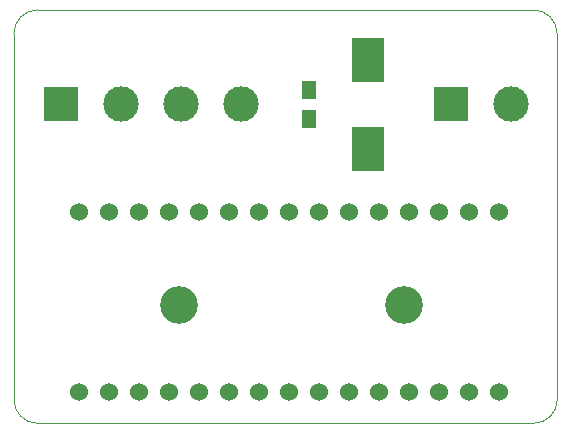
<source format=gts>
G04 #@! TF.GenerationSoftware,KiCad,Pcbnew,(6.0.0)*
G04 #@! TF.CreationDate,2022-01-15T23:36:52+01:00*
G04 #@! TF.ProjectId,apa102nano,61706131-3032-46e6-916e-6f2e6b696361,rev?*
G04 #@! TF.SameCoordinates,Original*
G04 #@! TF.FileFunction,Soldermask,Top*
G04 #@! TF.FilePolarity,Negative*
%FSLAX46Y46*%
G04 Gerber Fmt 4.6, Leading zero omitted, Abs format (unit mm)*
G04 Created by KiCad (PCBNEW (6.0.0)) date 2022-01-15 23:36:52*
%MOMM*%
%LPD*%
G01*
G04 APERTURE LIST*
G04 #@! TA.AperFunction,Profile*
%ADD10C,0.050000*%
G04 #@! TD*
%ADD11C,3.200000*%
%ADD12C,3.000000*%
%ADD13R,3.000000X3.000000*%
%ADD14R,1.250000X1.500000*%
%ADD15R,2.700000X3.750000*%
%ADD16C,1.524000*%
G04 APERTURE END LIST*
D10*
X103000000Y-46000000D02*
X61000000Y-46000000D01*
X105000000Y-48000000D02*
G75*
G03*
X103000000Y-46000000I-2000000J0D01*
G01*
X103000000Y-81000000D02*
G75*
G03*
X105000000Y-79000000I0J2000000D01*
G01*
X59000000Y-79000000D02*
G75*
G03*
X61000000Y-81000000I2000000J0D01*
G01*
X61000000Y-46000000D02*
G75*
G03*
X59000000Y-48000000I0J-2000000D01*
G01*
X105000000Y-79000000D02*
X105000000Y-48000000D01*
X61000000Y-81000000D02*
X103000000Y-81000000D01*
X59000000Y-48000000D02*
X59000000Y-79000000D01*
D11*
X73000000Y-71000000D03*
X92000000Y-71000000D03*
D12*
X78240000Y-54000000D03*
D13*
X63000000Y-54000000D03*
D12*
X73160000Y-54000000D03*
X68080000Y-54000000D03*
X101080000Y-54000000D03*
D13*
X96000000Y-54000000D03*
D14*
X84000000Y-55250000D03*
X84000000Y-52750000D03*
D15*
X89000000Y-50225000D03*
X89000000Y-57775000D03*
D16*
X64490000Y-78350000D03*
X67030000Y-78350000D03*
X69570000Y-78350000D03*
X72110000Y-78350000D03*
X74650000Y-78350000D03*
X77190000Y-78350000D03*
X79730000Y-78350000D03*
X82270000Y-78350000D03*
X84810000Y-78350000D03*
X87350000Y-78350000D03*
X89890000Y-78350000D03*
X92430000Y-78350000D03*
X94970000Y-78350000D03*
X97510000Y-78350000D03*
X100050000Y-78350000D03*
X64490000Y-63110000D03*
X67030000Y-63110000D03*
X69570000Y-63110000D03*
X72110000Y-63110000D03*
X74650000Y-63110000D03*
X77190000Y-63110000D03*
X79730000Y-63110000D03*
X82270000Y-63110000D03*
X84810000Y-63110000D03*
X87350000Y-63110000D03*
X89890000Y-63110000D03*
X92430000Y-63110000D03*
X94970000Y-63110000D03*
X97510000Y-63110000D03*
X100050000Y-63110000D03*
M02*

</source>
